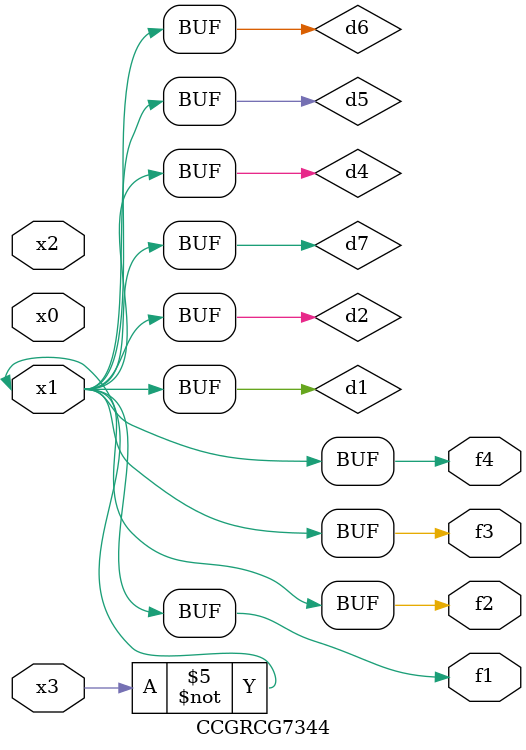
<source format=v>
module CCGRCG7344(
	input x0, x1, x2, x3,
	output f1, f2, f3, f4
);

	wire d1, d2, d3, d4, d5, d6, d7;

	not (d1, x3);
	buf (d2, x1);
	xnor (d3, d1, d2);
	nor (d4, d1);
	buf (d5, d1, d2);
	buf (d6, d4, d5);
	nand (d7, d4);
	assign f1 = d6;
	assign f2 = d7;
	assign f3 = d6;
	assign f4 = d6;
endmodule

</source>
